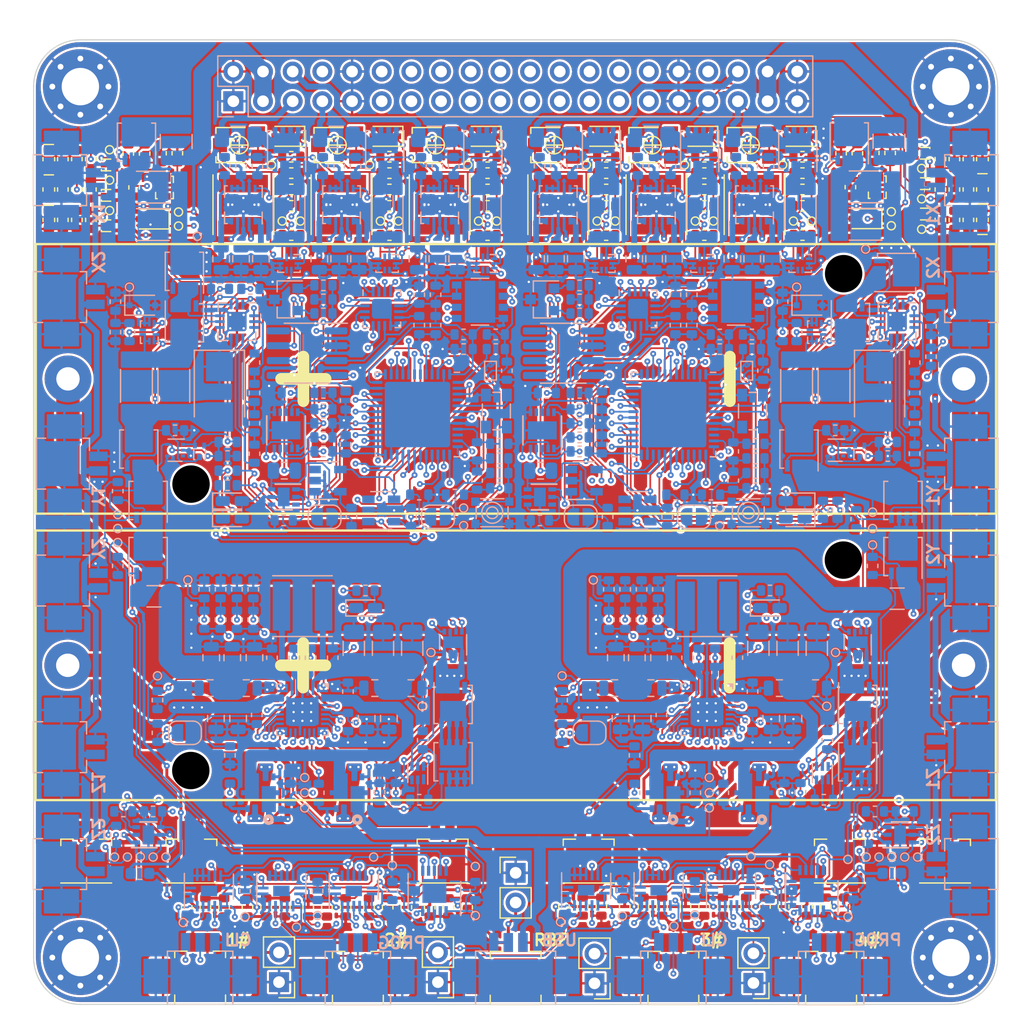
<source format=kicad_pcb>
(kicad_pcb (version 20210623) (generator pcbnew)

  (general
    (thickness 1)
  )

  (paper "A4")
  (title_block
    (title "BUTCube - EPS")
    (date "2021-08-20")
    (rev "v1.0")
    (company "VUT - FIT(STRaDe) & FME(IAE & IPE)")
    (comment 1 "Author: Petr Malaník")
  )

  (layers
    (0 "F.Cu" signal)
    (1 "In1.Cu" power)
    (2 "In2.Cu" mixed)
    (31 "B.Cu" signal)
    (32 "B.Adhes" user "B.Adhesive")
    (33 "F.Adhes" user "F.Adhesive")
    (34 "B.Paste" user)
    (35 "F.Paste" user)
    (36 "B.SilkS" user "B.Silkscreen")
    (37 "F.SilkS" user "F.Silkscreen")
    (38 "B.Mask" user)
    (39 "F.Mask" user)
    (40 "Dwgs.User" user "User.Drawings")
    (41 "Cmts.User" user "User.Comments")
    (42 "Eco1.User" user "User.Eco1")
    (43 "Eco2.User" user "User.Eco2")
    (44 "Edge.Cuts" user)
    (45 "Margin" user)
    (46 "B.CrtYd" user "B.Courtyard")
    (47 "F.CrtYd" user "F.Courtyard")
    (48 "B.Fab" user)
    (49 "F.Fab" user)
    (50 "User.1" user)
    (51 "User.2" user)
    (52 "User.3" user)
    (53 "User.4" user)
    (54 "User.5" user)
    (55 "User.6" user)
    (56 "User.7" user)
    (57 "User.8" user)
    (58 "User.9" user)
  )

  (setup
    (stackup
      (layer "F.SilkS" (type "Top Silk Screen"))
      (layer "F.Paste" (type "Top Solder Paste"))
      (layer "F.Mask" (type "Top Solder Mask") (color "Green") (thickness 0.01))
      (layer "F.Cu" (type "copper") (thickness 0.035))
      (layer "dielectric 1" (type "core") (thickness 0.28) (material "FR4") (epsilon_r 4.5) (loss_tangent 0.02))
      (layer "In1.Cu" (type "copper") (thickness 0.035))
      (layer "dielectric 2" (type "prepreg") (thickness 0.28) (material "FR4") (epsilon_r 4.5) (loss_tangent 0.02))
      (layer "In2.Cu" (type "copper") (thickness 0.035))
      (layer "dielectric 3" (type "core") (thickness 0.28) (material "FR4") (epsilon_r 4.5) (loss_tangent 0.02))
      (layer "B.Cu" (type "copper") (thickness 0.035))
      (layer "B.Mask" (type "Bottom Solder Mask") (color "Green") (thickness 0.01))
      (layer "B.Paste" (type "Bottom Solder Paste"))
      (layer "B.SilkS" (type "Bottom Silk Screen"))
      (copper_finish "Immersion gold")
      (dielectric_constraints no)
    )
    (pad_to_mask_clearance 0)
    (pcbplotparams
      (layerselection 0x00010fc_ffffffff)
      (disableapertmacros false)
      (usegerberextensions false)
      (usegerberattributes true)
      (usegerberadvancedattributes true)
      (creategerberjobfile true)
      (svguseinch false)
      (svgprecision 6)
      (excludeedgelayer true)
      (plotframeref false)
      (viasonmask false)
      (mode 1)
      (useauxorigin false)
      (hpglpennumber 1)
      (hpglpenspeed 20)
      (hpglpendiameter 15.000000)
      (dxfpolygonmode true)
      (dxfimperialunits true)
      (dxfusepcbnewfont true)
      (psnegative false)
      (psa4output false)
      (plotreference true)
      (plotvalue true)
      (plotinvisibletext false)
      (sketchpadsonfab false)
      (subtractmaskfromsilk false)
      (outputformat 1)
      (mirror false)
      (drillshape 1)
      (scaleselection 1)
      (outputdirectory "")
    )
  )

  (net 0 "")
  (net 1 "Net-(C1-Pad1)")
  (net 2 "/Unit #1/Battery charger/VBUS")
  (net 3 "/Unit #1/MCU/MCU_POWER")
  (net 4 "/Unit #1/Battery charger/SOLAR_IN")
  (net 5 "/USB power/USB_POWER")
  (net 6 "Net-(C6-Pad1)")
  (net 7 "Net-(C6-Pad2)")
  (net 8 "Net-(C7-Pad1)")
  (net 9 "GND")
  (net 10 "Net-(C7-Pad2)")
  (net 11 "Net-(C8-Pad1)")
  (net 12 "/Unit #1/Battery charger/PMID")
  (net 13 "/Unit #1/Battery charger/SYS")
  (net 14 "/Unit #1/Battery charger/REGN")
  (net 15 "/Unit #1/Activation control/PWR_OUT")
  (net 16 "Net-(C29-Pad1)")
  (net 17 "/Unit #1/MCU/OUT_CUR")
  (net 18 "Net-(C32-Pad1)")
  (net 19 "/Unit #1/MCU/VREF")
  (net 20 "Net-(C47-Pad1)")
  (net 21 "/Unit #2/MCU/MCU_POWER")
  (net 22 "/Unit #2/Battery charger/SOLAR_IN")
  (net 23 "Net-(C52-Pad1)")
  (net 24 "Net-(C52-Pad2)")
  (net 25 "Net-(C53-Pad1)")
  (net 26 "Net-(C53-Pad2)")
  (net 27 "Net-(C54-Pad1)")
  (net 28 "/Unit #2/Battery charger/PMID")
  (net 29 "/Unit #2/Battery charger/SYS")
  (net 30 "/Unit #2/Battery charger/REGN")
  (net 31 "/Unit #2/Activation control/PWR_OUT")
  (net 32 "Net-(C75-Pad1)")
  (net 33 "/Unit #2/MCU/OUT_CUR")
  (net 34 "Net-(C78-Pad1)")
  (net 35 "/Unit #2/MCU/VREF")
  (net 36 "Net-(C93-Pad1)")
  (net 37 "Net-(C94-Pad1)")
  (net 38 "/Unit #1/Output control/PWR_OUT")
  (net 39 "Net-(C96-Pad1)")
  (net 40 "Net-(C97-Pad1)")
  (net 41 "/Unit #2/Output control/PWR_OUT")
  (net 42 "Net-(C101-Pad1)")
  (net 43 "Net-(C102-Pad1)")
  (net 44 "Net-(C106-Pad1)")
  (net 45 "Net-(C107-Pad1)")
  (net 46 "Net-(C111-Pad1)")
  (net 47 "Net-(C112-Pad1)")
  (net 48 "Net-(C116-Pad1)")
  (net 49 "Net-(C117-Pad1)")
  (net 50 "Net-(C121-Pad1)")
  (net 51 "Net-(C122-Pad1)")
  (net 52 "/Unit #1/ADC/VBAT_CUR")
  (net 53 "/Unit #2/ADC/VBAT_CUR")
  (net 54 "Net-(C129-Pad1)")
  (net 55 "Net-(C130-Pad1)")
  (net 56 "Net-(C131-Pad1)")
  (net 57 "Net-(C132-Pad1)")
  (net 58 "Net-(C133-Pad1)")
  (net 59 "/Unit #2/Activation control/Activation logic/PWR_IN")
  (net 60 "Net-(C138-Pad1)")
  (net 61 "Net-(C139-Pad1)")
  (net 62 "Net-(C140-Pad1)")
  (net 63 "Net-(C141-Pad1)")
  (net 64 "Net-(C142-Pad1)")
  (net 65 "/Unit #1/Activation control/Activation logic/PWR_IN")
  (net 66 "Net-(D2-Pad2)")
  (net 67 "/Stack connector/CAN_L")
  (net 68 "/Stack connector/CAN_H")
  (net 69 "/Unit #1/ADC/1V8_CUR")
  (net 70 "/Unit #2/ADC/1V8_CUR")
  (net 71 "/Unit #1/ADC/3V3_CUR")
  (net 72 "/Unit #2/ADC/3V3_CUR")
  (net 73 "/Unit #1/ADC/5V_CUR")
  (net 74 "/Unit #2/ADC/5V_CUR")
  (net 75 "/Unit #1/Activation control/PWR_IN")
  (net 76 "/Unit #1/MCU/POWER")
  (net 77 "Net-(F3-Pad2)")
  (net 78 "/Unit #2/Activation control/PWR_IN")
  (net 79 "/Unit #2/MCU/POWER")
  (net 80 "Net-(F6-Pad2)")
  (net 81 "Net-(F7-Pad1)")
  (net 82 "/Unit #1/1V8")
  (net 83 "Net-(F8-Pad1)")
  (net 84 "/Unit #2/1V8")
  (net 85 "Net-(F9-Pad1)")
  (net 86 "/Unit #1/3V3")
  (net 87 "Net-(F10-Pad1)")
  (net 88 "/Unit #2/3V3")
  (net 89 "Net-(F11-Pad1)")
  (net 90 "/Unit #1/5V")
  (net 91 "Net-(F12-Pad1)")
  (net 92 "/Unit #2/5V")
  (net 93 "Net-(F13-Pad1)")
  (net 94 "/Unit #1/VBAT")
  (net 95 "Net-(F14-Pad1)")
  (net 96 "/Unit #2/VBAT")
  (net 97 "Net-(J7-Pad1)")
  (net 98 "/Unit #1/MCU/DBG_TX")
  (net 99 "/Unit #1/MCU/DBG_RX")
  (net 100 "/Unit #1/MCU/SWCLK")
  (net 101 "/Unit #1/MCU/SWDIO")
  (net 102 "/Unit #1/Battery temperature control/NTC_OUT")
  (net 103 "Net-(J11-Pad1)")
  (net 104 "/Stack connector/EPS#1_CHARGE")
  (net 105 "/Stack connector/RS_485_~{B}")
  (net 106 "/Stack connector/RS_485_A")
  (net 107 "/Stack connector/EPS#2_CHARGE")
  (net 108 "Net-(J19-Pad1)")
  (net 109 "/Unit #2/MCU/DBG_TX")
  (net 110 "/Unit #2/MCU/DBG_RX")
  (net 111 "/Unit #2/MCU/SWCLK")
  (net 112 "/Unit #2/MCU/SWDIO")
  (net 113 "/Unit #2/Battery temperature control/NTC_OUT")
  (net 114 "Net-(J23-Pad1)")
  (net 115 "/Activation switches/RBF_PIN")
  (net 116 "/Activation switches/SW_#1")
  (net 117 "/Activation switches/SW_#2")
  (net 118 "/Activation switches/SW_#3")
  (net 119 "/Activation switches/SW_#4")
  (net 120 "Net-(JP1-Pad2)")
  (net 121 "Net-(JP2-Pad1)")
  (net 122 "/Unit #1/MCU/NRST")
  (net 123 "Net-(JP3-Pad1)")
  (net 124 "Net-(JP3-Pad2)")
  (net 125 "Net-(JP4-Pad2)")
  (net 126 "Net-(JP5-Pad1)")
  (net 127 "/Unit #2/MCU/NRST")
  (net 128 "Net-(JP6-Pad1)")
  (net 129 "Net-(JP6-Pad2)")
  (net 130 "Net-(L3-Pad1)")
  (net 131 "Net-(L3-Pad2)")
  (net 132 "Net-(L4-Pad1)")
  (net 133 "Net-(L4-Pad2)")
  (net 134 "Net-(L5-Pad1)")
  (net 135 "Net-(L5-Pad2)")
  (net 136 "Net-(L6-Pad1)")
  (net 137 "Net-(L6-Pad2)")
  (net 138 "Net-(L7-Pad1)")
  (net 139 "Net-(L7-Pad2)")
  (net 140 "Net-(L8-Pad1)")
  (net 141 "Net-(L8-Pad2)")
  (net 142 "Net-(Q1-PadG1)")
  (net 143 "Net-(Q1-PadS1)")
  (net 144 "Net-(Q2-PadG1)")
  (net 145 "Net-(Q2-PadS1)")
  (net 146 "/Unit #1/Activation control/Activation logic/SEP_EN")
  (net 147 "Net-(Q3-Pad5)")
  (net 148 "/Unit #1/Activation control/Activation logic/RBF_EN")
  (net 149 "Net-(Q5-Pad1)")
  (net 150 "Net-(Q5-Pad3)")
  (net 151 "Net-(Q7-Pad1)")
  (net 152 "Net-(Q7-Pad4)")
  (net 153 "Net-(Q7-Pad5)")
  (net 154 "Net-(Q9-PadG1)")
  (net 155 "Net-(Q9-PadS1)")
  (net 156 "Net-(Q10-PadG1)")
  (net 157 "Net-(Q10-PadS1)")
  (net 158 "/Unit #2/Activation control/Activation logic/SEP_EN")
  (net 159 "Net-(Q11-Pad5)")
  (net 160 "/Unit #2/Activation control/Activation logic/RBF_EN")
  (net 161 "Net-(Q13-Pad1)")
  (net 162 "Net-(Q13-Pad3)")
  (net 163 "Net-(Q15-Pad1)")
  (net 164 "Net-(Q15-Pad4)")
  (net 165 "Net-(Q15-Pad5)")
  (net 166 "Net-(Q17-Pad4)")
  (net 167 "Net-(Q17-Pad5)")
  (net 168 "Net-(Q18-Pad1)")
  (net 169 "Net-(Q18-Pad4)")
  (net 170 "Net-(Q19-Pad4)")
  (net 171 "Net-(Q19-Pad5)")
  (net 172 "Net-(Q20-Pad1)")
  (net 173 "Net-(Q20-Pad4)")
  (net 174 "/Unit #1/Power supplies/Power_supply_1V8/PER_POWER")
  (net 175 "/Unit #1/MCU/1V8_EN")
  (net 176 "/Unit #2/Power supplies/Power_supply_1V8/PER_POWER")
  (net 177 "/Unit #2/MCU/1V8_EN")
  (net 178 "/Unit #1/MCU/3V3_EN")
  (net 179 "/Unit #2/MCU/3V3_EN")
  (net 180 "/Unit #1/Power supplies/Power_supply_5V/PER_POWER")
  (net 181 "/Unit #1/MCU/5V_EN")
  (net 182 "/Unit #2/Power supplies/Power_supply_5V/PER_POWER")
  (net 183 "/Unit #2/MCU/5V_EN")
  (net 184 "Net-(Q27-Pad1)")
  (net 185 "/Unit #1/MCU/VBAT_EN")
  (net 186 "Net-(Q28-Pad1)")
  (net 187 "/Unit #2/MCU/VBAT_EN")
  (net 188 "/Unit #1/Battery charger/D+")
  (net 189 "/Unit #1/Battery charger/D-")
  (net 190 "Net-(R5-Pad2)")
  (net 191 "Net-(R6-Pad2)")
  (net 192 "Net-(R7-Pad1)")
  (net 193 "Net-(R8-Pad2)")
  (net 194 "Net-(D1-Pad2)")
  (net 195 "Net-(R11-Pad1)")
  (net 196 "Net-(R16-Pad2)")
  (net 197 "Net-(R17-Pad2)")
  (net 198 "Net-(R18-Pad2)")
  (net 199 "Net-(R21-Pad2)")
  (net 200 "Net-(R22-Pad1)")
  (net 201 "Net-(R24-Pad2)")
  (net 202 "/Unit #1/MCU/VBAT")
  (net 203 "/Unit #1/MCU/VDDUSB")
  (net 204 "Net-(R30-Pad1)")
  (net 205 "/Unit #1/MCU/CAN_RS")
  (net 206 "/Unit #1/MCU/RS_485_R_EN")
  (net 207 "/Unit #1/MCU/RS_485_T_EN")
  (net 208 "/Unit #1/Battery temperature control/EN")
  (net 209 "/Unit #1/Battery temperature control/NTC_REF")
  (net 210 "/Unit #2/Battery charger/D+")
  (net 211 "/Unit #2/Battery charger/D-")
  (net 212 "Net-(R47-Pad2)")
  (net 213 "Net-(R57-Pad2)")
  (net 214 "/Unit #2/MCU/VBAT")
  (net 215 "/Unit #2/MCU/VDDUSB")
  (net 216 "/Unit #2/MCU/CAN_RS")
  (net 217 "/Unit #2/MCU/RS_485_R_EN")
  (net 218 "/Unit #2/MCU/RS_485_T_EN")
  (net 219 "/Unit #2/Battery temperature control/EN")
  (net 220 "/Unit #2/Battery temperature control/NTC_REF")
  (net 221 "Net-(R82-Pad1)")
  (net 222 "Net-(R91-Pad2)")
  (net 223 "Net-(R98-Pad2)")
  (net 224 "Net-(R105-Pad2)")
  (net 225 "Net-(R112-Pad2)")
  (net 226 "Net-(R119-Pad2)")
  (net 227 "/Unit #1/Battery temperature control/~{FAULT}")
  (net 228 "/Unit #2/Battery temperature control/~{FAULT}")
  (net 229 "Net-(TP61-Pad1)")
  (net 230 "Net-(TP62-Pad1)")
  (net 231 "Net-(TP63-Pad1)")
  (net 232 "Net-(TP64-Pad1)")
  (net 233 "Net-(TP67-Pad1)")
  (net 234 "Net-(TP69-Pad1)")
  (net 235 "Net-(TP70-Pad1)")
  (net 236 "Net-(TP71-Pad1)")
  (net 237 "Net-(TP72-Pad1)")
  (net 238 "Net-(TP75-Pad1)")
  (net 239 "/Unit #1/ADC/~{CS}")
  (net 240 "/Unit #1/MCU/SPI_MISO")
  (net 241 "/Unit #1/MCU/SPI_SCK")
  (net 242 "/Unit #1/MCU/SPI_MOSI")
  (net 243 "Net-(D1-Pad1)")
  (net 244 "/Unit #1/Battery charger/SCL")
  (net 245 "/Unit #1/Battery charger/SDA")
  (net 246 "/Unit #1/Battery charger/~{INT}")
  (net 247 "/Unit #1/MCU/WDG_RESET")
  (net 248 "/Unit #1/MCU/FRAM_CS")
  (net 249 "/Unit #1/MCU/LSE")
  (net 250 "/Unit #1/MCU/HSE")
  (net 251 "/Unit #1/Battery charger/BAT_ALERT")
  (net 252 "/Unit #1/MCU/RS_485_R")
  (net 253 "/Unit #1/MCU/RS_485_T")
  (net 254 "/Unit #1/MCU/CAN_RX")
  (net 255 "/Unit #1/MCU/CAN_TX")
  (net 256 "/Unit #2/ADC/~{CS}")
  (net 257 "/Unit #2/MCU/SPI_MISO")
  (net 258 "/Unit #2/MCU/SPI_SCK")
  (net 259 "/Unit #2/MCU/SPI_MOSI")
  (net 260 "Net-(D5-Pad1)")
  (net 261 "/Unit #2/Battery charger/SCL")
  (net 262 "/Unit #2/Battery charger/SDA")
  (net 263 "/Unit #2/Battery charger/~{INT}")
  (net 264 "/Unit #2/MCU/WDG_RESET")
  (net 265 "/Unit #2/MCU/FRAM_CS")
  (net 266 "/Unit #2/MCU/LSE")
  (net 267 "/Unit #2/MCU/HSE")
  (net 268 "/Unit #2/Battery charger/BAT_ALERT")
  (net 269 "/Unit #2/MCU/RS_485_R")
  (net 270 "/Unit #2/MCU/RS_485_T")
  (net 271 "/Unit #2/MCU/CAN_RX")
  (net 272 "/Unit #2/MCU/CAN_TX")
  (net 273 "Net-(U52-Pad6)")
  (net 274 "Net-(U53-Pad8)")
  (net 275 "Net-(U54-Pad12)")
  (net 276 "Net-(U48-Pad6)")
  (net 277 "Net-(U48-Pad8)")
  (net 278 "Net-(U48-Pad12)")
  (net 279 "Net-(U49-Pad10)")
  (net 280 "Net-(U49-Pad8)")
  (net 281 "Net-(U49-Pad12)")
  (net 282 "Net-(U50-Pad12)")
  (net 283 "Net-(U52-Pad8)")
  (net 284 "Net-(U52-Pad12)")
  (net 285 "Net-(U53-Pad10)")
  (net 286 "Net-(U53-Pad12)")
  (net 287 "Net-(D4-Pad1)")
  (net 288 "Net-(D7-Pad1)")
  (net 289 "Net-(D7-Pad2)")
  (net 290 "Net-(D8-Pad2)")
  (net 291 "Net-(D10-Pad1)")
  (net 292 "Net-(D11-Pad1)")
  (net 293 "/Unit #1/MCU/LED1")
  (net 294 "/Unit #1/MCU/LED2")
  (net 295 "Net-(R41-Pad1)")
  (net 296 "Net-(R46-Pad2)")
  (net 297 "Net-(R48-Pad1)")
  (net 298 "Net-(R49-Pad2)")
  (net 299 "Net-(R52-Pad1)")
  (net 300 "Net-(R58-Pad2)")
  (net 301 "Net-(R59-Pad2)")
  (net 302 "Net-(R62-Pad2)")
  (net 303 "Net-(R63-Pad1)")
  (net 304 "Net-(R65-Pad2)")
  (net 305 "Net-(R71-Pad1)")
  (net 306 "/Unit #2/MCU/LED1")
  (net 307 "/Unit #2/MCU/LED2")
  (net 308 "Net-(R84-Pad1)")
  (net 309 "Net-(R86-Pad1)")
  (net 310 "Net-(R88-Pad2)")
  (net 311 "Net-(R89-Pad1)")
  (net 312 "Net-(R95-Pad2)")
  (net 313 "Net-(R96-Pad1)")
  (net 314 "Net-(R102-Pad2)")
  (net 315 "Net-(R103-Pad1)")
  (net 316 "Net-(R109-Pad2)")
  (net 317 "Net-(R110-Pad1)")
  (net 318 "Net-(R116-Pad2)")
  (net 319 "Net-(R117-Pad1)")
  (net 320 "Net-(R123-Pad2)")
  (net 321 "Net-(R124-Pad1)")
  (net 322 "Net-(R126-Pad2)")
  (net 323 "Net-(R132-Pad2)")
  (net 324 "Net-(R137-Pad2)")
  (net 325 "/Unit #1/Battery charger/BAT+")
  (net 326 "/Unit #2/Battery charger/BAT+")
  (net 327 "/Unit #1/ADC/VBAT_DIV")
  (net 328 "/Unit #1/ADC/3V3_DIV")
  (net 329 "/Unit #1/ADC/5V_DIV")
  (net 330 "/Unit #2/ADC/VBAT_DIV")
  (net 331 "/Unit #2/ADC/3V3_DIV")
  (net 332 "/Unit #2/ADC/5V_DIV")
  (net 333 "unconnected-(J12-Pad11)")
  (net 334 "unconnected-(J12-Pad12)")
  (net 335 "unconnected-(J12-Pad13)")
  (net 336 "unconnected-(J12-Pad14)")
  (net 337 "unconnected-(J12-Pad15)")
  (net 338 "unconnected-(J12-Pad16)")
  (net 339 "unconnected-(J12-Pad17)")
  (net 340 "unconnected-(J12-Pad18)")
  (net 341 "unconnected-(J12-Pad23)")
  (net 342 "unconnected-(J12-Pad24)")
  (net 343 "unconnected-(J12-Pad25)")
  (net 344 "unconnected-(J12-Pad26)")
  (net 345 "unconnected-(J12-Pad27)")
  (net 346 "unconnected-(J12-Pad28)")
  (net 347 "unconnected-(J12-Pad29)")
  (net 348 "unconnected-(J12-Pad30)")
  (net 349 "/Unit #1/ADC/CONV_EN")
  (net 350 "Net-(Q29-Pad3)")
  (net 351 "Net-(Q30-Pad3)")
  (net 352 "Net-(Q31-Pad3)")
  (net 353 "/Unit #2/ADC/CONV_EN")
  (net 354 "Net-(Q32-Pad3)")
  (net 355 "Net-(Q33-Pad3)")
  (net 356 "Net-(Q34-Pad3)")
  (net 357 "unconnected-(U6-Pad3)")
  (net 358 "unconnected-(U8-Pad3)")
  (net 359 "unconnected-(U9-Pad4)")
  (net 360 "unconnected-(U9-Pad10)")
  (net 361 "unconnected-(U10-Pad3)")
  (net 362 "unconnected-(U12-Pad7)")
  (net 363 "unconnected-(U19-Pad3)")
  (net 364 "unconnected-(U21-Pad3)")
  (net 365 "unconnected-(U22-Pad4)")
  (net 366 "unconnected-(U22-Pad10)")
  (net 367 "unconnected-(U23-Pad3)")
  (net 368 "unconnected-(U25-Pad7)")
  (net 369 "unconnected-(U27-Pad1)")
  (net 370 "unconnected-(U30-Pad1)")
  (net 371 "unconnected-(U50-Pad8)")
  (net 372 "unconnected-(U54-Pad8)")
  (net 373 "unconnected-(X1-Pad1)")
  (net 374 "unconnected-(X3-Pad1)")
  (net 375 "/Unit #2/Battery charger/VBUS")

  (footprint "Diode_SMD:D_SOD-323F" (layer "F.Cu") (at 95.1 59.325 180))

  (footprint "TCY_passives:R_0603_1608Metric" (layer "F.Cu") (at 163.8 54.2 90))

  (footprint "TCY_passives:R_0603_1608Metric" (layer "F.Cu") (at 93.1 53.725 90))

  (footprint "TCY_passives:D_0603_1608Metric" (layer "F.Cu") (at 86.3 56.8 -90))

  (footprint "MountingHole:MountingHole_3.2mm_M3_Pad_Via" (layer "F.Cu") (at 89 122.5))

  (footprint "TCY_passives:R_0603_1608Metric" (layer "F.Cu") (at 107.05 58.2))

  (footprint "TCY_connectors:TestPoint_Pad_D0.5mm" (layer "F.Cu") (at 158.4 59.9))

  (footprint "TCY_connectors:Amphenol_10114830-11102LF_1x02_P1.25mm_Horizontal" (layer "F.Cu") (at 99.25 122))

  (footprint "TCY_passives:R_0603_1608Metric" (layer "F.Cu") (at 113.7 118.2 -90))

  (footprint "TCY_passives:R_0603_1608Metric" (layer "F.Cu") (at 151.187255 118.138244 -90))

  (footprint "TCY_passives:R_0603_1608Metric" (layer "F.Cu") (at 162.6 54.2 -90))

  (footprint "TCY_IC:DFN-3_1.2x1.2mm" (layer "F.Cu") (at 161 53.7))

  (footprint "Connector_PinHeader_2.54mm:PinHeader_1x02_P2.54mm_Vertical" (layer "F.Cu") (at 146.6 124.675 180))

  (footprint "TCY_passives:R_0603_1608Metric" (layer "F.Cu") (at 115.45 55.4))

  (footprint "TCY_passives:R_0603_1608Metric" (layer "F.Cu") (at 150.8 54 180))

  (footprint "TCY_passives:R_0603_1608Metric" (layer "F.Cu") (at 89.9 54.2 90))

  (footprint "TCY_passives:R_0603_1608Metric" (layer "F.Cu") (at 131.987255 118.138244 90))

  (footprint "TCY_passives:D_0603_1608Metric" (layer "F.Cu") (at 86.3 54.2 -90))

  (footprint "TCY_passives:C_0603_1608Metric" (layer "F.Cu") (at 165 54.2 90))

  (footprint "TCY_passives:R_0603_1608Metric" (layer "F.Cu") (at 88.7 54.2 -90))

  (footprint "TCY_connectors:TestPoint_Pad_D0.5mm" (layer "F.Cu") (at 114.675 59.5))

  (footprint "TCY_passives:R_0603_1608Metric" (layer "F.Cu") (at 89.9 56.8 90))

  (footprint "TCY_connectors:TestPoint_Pad_D0.5mm" (layer "F.Cu") (at 107.825 59.5))

  (footprint "TCY_connectors:TestPoint_Pad_D0.5mm" (layer "F.Cu") (at 124.625 59.5))

  (footprint "TCY_IC:DFN-3_1.2x1.2mm" (layer "F.Cu") (at 91.5 54.7 180))

  (footprint "Diode_SMD:D_SOD-323F" (layer "F.Cu") (at 106.7 52.25 180))

  (footprint "TCY_passives:C_0603_1608Metric" (layer "F.Cu") (at 138.787255 118.138244 -90))

  (footprint "TCY_passives:R_0603_1608Metric" (layer "F.Cu") (at 120.5 118.2 90))

  (footprint "Diode_SMD:D_SOD-323F" (layer "F.Cu") (at 133.65 52.25 180))

  (footprint "Package_DFN_QFN:UQFN-10_1.4x1.8mm_P0.4mm" (layer "F.Cu") (at 157.2 56.6))

  (footprint "TCY_connectors:TestPoint_Pad_D0.5mm" (layer "F.Cu") (at 105.35 54.7))

  (footprint "TCY_passives:C_0603_1608Metric" (layer "F.Cu") (at 93.6 56.625 90))

  (footprint "TCY_passives:C_0603_1608Metric" (layer "F.Cu") (at 115.45 60.7))

  (footprint "TCY_connectors:TestPoint_Pad_D0.5mm" (layer "F.Cu") (at 143.175 59.5))

  (footprint "TCY_connectors:Amphenol_10114830-11102LF_1x02_P1.25mm_Horizontal" (layer "F.Cu") (at 126.25 122.02))

  (footprint "TCY_passives:R_0603_1608Metric" (layer "F.Cu") (at 123.85 54 180))

  (footprint "TCY_passives:RV_3x3.6" (layer "F.Cu") (at 102.6 53 90))

  (footprint "TCY_passives:R_0603_1608Metric" (layer "F.Cu") (at 137.187255 118.138244 90))

  (footprint "TCY_passives:R_0603_1608Metric" (layer "F.Cu") (at 115.3 118.2 90))

  (footprint "TCY_passives:R_0603_1608Metric" (layer "F.Cu") (at 147.587255 118.138244 90))

  (footprint "TCY_connectors:TestPoint_Pad_D0.5mm" (layer "F.Cu") (at 158.4 58.7))

  (footprint "TCY_IC:DFN-3_1.2x1.2mm" (layer "F.Cu") (at 161 58.9))

  (footprint "TCY_passives:C_0603_1608Metric" (layer "F.Cu") (at 154.387255 118.138244 -90))

  (footprint "TCY_passives:C_0603_1608Metric" (layer "F.Cu") (at 106.5 118.2 -90))

  (footprint "Diode_SMD:D_SOD-323F" (layer "F.Cu") (at 123.5 52.25 180))

  (footprint "TCY_passives:R_0603_1608Metric" (layer "F.Cu") (at 94.5 53.725 90))

  (footprint "TCY_connectors:TestPoint_Pad_D0.5mm" (layer "F.Cu") (at 140.7 54.7))

  (footprint "TCY_connectors:TestPoint_Pad_D0.5mm" (layer "F.Cu") (at 150.025 59.5))

  (footprint "TCY_passives:R_0603_1608Metric" (layer "F.Cu") (at 145.987255 118.138244 -90))

  (footprint "TCY_passives:R_0603_1608Metric" (layer "F.Cu") (at 150.8 56.8 180))

  (footprint "TCY_passives:R_0603_1608Metric" (layer "F.Cu") (at 89.9 59.4 90))

  (footprint "Inductor_SMD:L_Taiyo-Yuden_MD-5050" (layer "F.Cu") (at 129.9 58.1 -90))

  (footprint "TCY_passives:C_0603_1608Metric" (layer "F.Cu") (at 156.9 53.675 90))

  (footprint "TCY_connectors:TestPoint_Pad_D0.5mm" (layer "F.Cu") (at 97.4 59.925))

  (footprint "TCY_connectors:TestPoint_Pad_D0.5mm" (layer "F.Cu") (at 132.3 54.7))

  (footprint "Inductor_SMD:L_Taiyo-Yuden_MD-5050" (layer "F.Cu") (at 119.75 58.1 -90))

  (footprint "TCY_passives:R_0603_1608Metric" (layer "F.Cu") (at 155.5 53.7 90))

  (footprint "TCY_passives:R_0603_1608Metric" (layer "F.Cu") (at 150.8 58.2))

  (footprint "Connector_PinHeader_2.54mm:PinHeader_1x02_P2.54mm_Vertical" (layer "F.Cu") (at 106 124.6 180))

  (footprint "TCY_passives:R_0603_1608Metric" (layer "F.Cu") (at 107.05 54 180))

  (footprint "TCY_passives:C_0603_1608Metric" (layer "F.Cu") (at 165 59.4 90))

  (footprint "TCY_passives:R_0603_1608Metric" (layer "F.Cu") (at 150.8 55.4))

  (footprint "TCY_passives:C_0603_1608Metric" (layer "F.Cu") (at 116.9 118.2 -90))

  (footprint "TCY_passives:R_0603_1608Metric" (layer "F.Cu") (at 154.1 53.7 90))

  (footprint "Package_DFN_QFN:UQFN-10_1.4x1.8mm_P0.4mm" (layer "F.Cu")
    (tedit 5A2A91D4) (tstamp 6fcd3d2c-36d3-423d-8e2c-23dac20131b9)
    (at 96.2 56.625)
    (descr "UQFN 10pin, https://www.onsemi.com/pub/Collateral/488AT.PDF")
    (tags "UQFN-10_1.4x1.8mm_P0.4mm")
    (property "Sheetfile" "Power_VBAT.kicad_sch")
    (property "Sheetname" "Power_VBAT")
    (path "/3fbfe5f5-450c-4c51-813c-f3d5ddddd4e3/e90aa45b-e371-4d9f-a40f-45b62d6b0cc2/4813e8c7-3f5a-4c5f-98f0-ec2a381e611e/4bc5bfce-3c4b-49ff-9663-b05430efc8b8")
    (attr smd)
    (fp_text reference "U45" (at 0 -2) (layer "F.SilkS") hide
      (effects (font (size 1 1) (thickness 0.15)))
      (tstamp 2536d4d6-7fe0-4e32-9806-e50fdf6ade3a)
    )
    (fp_text value "INA199x2" (at 0 2) (layer "F.Fab")
      (effects (font (size 1 1) (thickness 0.15)))
      (tstamp f1b0f1d0-f76b-42da-a158-6ff28f8eadb5)
    )
    (fp_text user "${REFERENCE}" (at 0 0) (layer "F.Fab") hide
      (effects (font (size 0.5 0.5) (thickness 0.05)))
      (tstamp 18fb1093-2330-4829-9935-a6e317da6020)
    )
    (fp_line (start -0.76 0.96) (end -0.76 0.425) (layer "F.SilkS") (width 0.12) (tstamp 17e17e0f-c3dc-4eca-9c64-c01ec286b384))
    (fp_
... [8692031 chars truncated]
</source>
